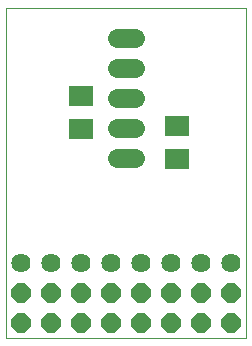
<source format=gbs>
G75*
%MOIN*%
%OFA0B0*%
%FSLAX25Y25*%
%IPPOS*%
%LPD*%
%AMOC8*
5,1,8,0,0,1.08239X$1,22.5*
%
%ADD10C,0.00000*%
%ADD11OC8,0.06400*%
%ADD12C,0.06400*%
%ADD13R,0.08274X0.06699*%
%ADD14C,0.06400*%
D10*
X0001800Y0001800D02*
X0001800Y0111800D01*
X0081800Y0111800D01*
X0081800Y0001800D01*
X0001800Y0001800D01*
D11*
X0006800Y0006800D03*
X0006800Y0016800D03*
X0016800Y0016800D03*
X0016800Y0006800D03*
X0026800Y0006800D03*
X0026800Y0016800D03*
X0036800Y0016800D03*
X0036800Y0006800D03*
X0046800Y0006800D03*
X0046800Y0016800D03*
X0056800Y0016800D03*
X0056800Y0006800D03*
X0066800Y0006800D03*
X0066800Y0016800D03*
X0076800Y0016800D03*
X0076800Y0006800D03*
D12*
X0076800Y0026800D03*
X0066800Y0026800D03*
X0056800Y0026800D03*
X0046800Y0026800D03*
X0036800Y0026800D03*
X0026800Y0026800D03*
X0016800Y0026800D03*
X0006800Y0026800D03*
D13*
X0026800Y0071288D03*
X0026800Y0082312D03*
X0058800Y0072312D03*
X0058800Y0061288D03*
D14*
X0044800Y0061800D02*
X0038800Y0061800D01*
X0038800Y0071800D02*
X0044800Y0071800D01*
X0044800Y0081800D02*
X0038800Y0081800D01*
X0038800Y0091800D02*
X0044800Y0091800D01*
X0044800Y0101800D02*
X0038800Y0101800D01*
M02*

</source>
